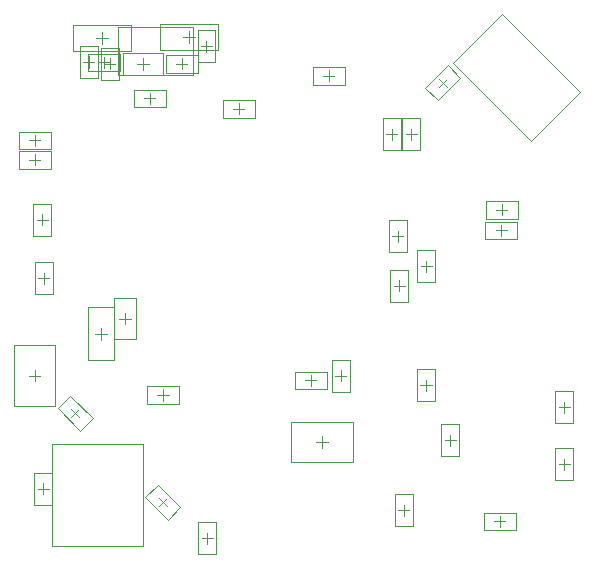
<source format=gbr>
%TF.GenerationSoftware,Altium Limited,Altium Designer,20.2.5 (213)*%
G04 Layer_Color=32768*
%FSLAX44Y44*%
%MOMM*%
%TF.SameCoordinates,159794D8-7842-4491-B27A-FE66E37C9FAE*%
%TF.FilePolarity,Positive*%
%TF.FileFunction,Other,Mechanical_15*%
%TF.Part,Single*%
G01*
G75*
%TA.AperFunction,NonConductor*%
%ADD50C,0.1000*%
%ADD62C,0.0500*%
D50*
X474040Y878840D02*
X483540D01*
X478790Y874090D02*
Y883590D01*
X408000Y880110D02*
X417500D01*
X412750Y875360D02*
Y884860D01*
X446970Y849630D02*
X456470D01*
X451720Y844880D02*
Y854380D01*
X440770Y878840D02*
X450770D01*
X445770Y873840D02*
Y883840D01*
X410210Y645240D02*
Y655240D01*
X405210Y650240D02*
X415210D01*
X425530Y663194D02*
X435530D01*
X430530Y658194D02*
Y668194D01*
X662000Y500780D02*
X671500D01*
X666750Y496030D02*
Y505530D01*
X743280Y491490D02*
X752780D01*
X748030Y486740D02*
Y496240D01*
X459429Y511105D02*
X466147Y504387D01*
X459429D02*
X466147Y511105D01*
X592540Y558800D02*
X602540D01*
X597540Y553800D02*
Y563800D01*
X744810Y755390D02*
X754310D01*
X749560Y750640D02*
Y760140D01*
X744550Y737870D02*
X754050D01*
X749300Y733120D02*
Y742620D01*
X685800Y702640D02*
Y712140D01*
X681050Y707390D02*
X690550D01*
X662940Y686130D02*
Y695630D01*
X658190Y690880D02*
X667690D01*
X656590Y814400D02*
Y823900D01*
X651840Y819150D02*
X661340D01*
X673100Y814400D02*
Y823900D01*
X668350Y819150D02*
X677850D01*
X603250Y863930D02*
Y873430D01*
X598500Y868680D02*
X608000D01*
X499618Y889076D02*
Y898576D01*
X494868Y893826D02*
X504368D01*
X479740Y901700D02*
X489740D01*
X484740Y896700D02*
Y906700D01*
X406480Y900430D02*
X416480D01*
X411480Y895430D02*
Y905430D01*
X400050Y875760D02*
Y885260D01*
X395300Y880510D02*
X404800D01*
X354330Y792810D02*
Y802310D01*
X349580Y797560D02*
X359080D01*
X349580Y814070D02*
X359080D01*
X354330Y809320D02*
Y818820D01*
X360680Y742010D02*
Y751510D01*
X355930Y746760D02*
X365430D01*
X357200Y697230D02*
X366700D01*
X361950Y692480D02*
Y701980D01*
X696411Y866197D02*
X703129Y859479D01*
X696411Y859479D02*
X703129Y866197D01*
X495630Y477208D02*
X505130D01*
X500380Y472458D02*
Y481958D01*
X608660Y614680D02*
X618160D01*
X613410Y609930D02*
Y619430D01*
X656920Y732790D02*
X666420D01*
X661670Y728040D02*
Y737540D01*
X522300Y840740D02*
X531800D01*
X527050Y835990D02*
Y845490D01*
X385261Y579571D02*
X391979Y586289D01*
X385261Y586289D02*
X391979Y579571D01*
X462788Y593674D02*
Y603174D01*
X458038Y598424D02*
X467538D01*
X685546Y601930D02*
Y611430D01*
X680796Y606680D02*
X690296D01*
X706120Y555320D02*
Y564820D01*
X701370Y560070D02*
X710870D01*
X797890Y539750D02*
X807390D01*
X802640Y535000D02*
Y544500D01*
X797890Y588010D02*
X807390D01*
X802640Y583260D02*
Y592760D01*
X413080Y878840D02*
X422580D01*
X417830Y874090D02*
Y883590D01*
X349076Y614934D02*
X359076D01*
X354076Y609934D02*
Y619934D01*
X588010Y606120D02*
Y615620D01*
X583260Y610870D02*
X592760D01*
X356692Y519176D02*
X366192D01*
X361442Y514426D02*
Y523926D01*
D62*
X708366Y879678D02*
X774268Y813776D01*
X749732Y921044D02*
X815634Y855142D01*
X774268Y813776D02*
X815634Y855142D01*
X708366Y879678D02*
X749732Y921044D01*
X492290Y886340D02*
X492290Y871340D01*
X465290D02*
X465290Y886340D01*
X492290D01*
X465290Y871340D02*
X492290D01*
X399250Y887610D02*
X399250Y872610D01*
X426250D02*
X426250Y887610D01*
X399250Y872610D02*
X426250D01*
X399250Y887610D02*
X426250D01*
X438220Y857130D02*
X438220Y842130D01*
X465220D02*
X465220Y857130D01*
X438220Y842130D02*
X465220D01*
X438220Y857130D02*
X465220D01*
X428770Y869340D02*
Y888340D01*
X462770Y869340D02*
Y888340D01*
X428770Y869340D02*
X462770D01*
X428770Y888340D02*
X462770D01*
X399210Y627740D02*
X421210D01*
X399210Y672740D02*
X421210D01*
Y627740D02*
Y672740D01*
X399210Y627740D02*
Y672740D01*
X421030Y646194D02*
Y680194D01*
X440030Y646194D02*
Y680194D01*
X421030D02*
X440030D01*
X421030Y646194D02*
X440030Y646194D01*
X368710Y556588D02*
X446210D01*
Y470588D02*
Y556588D01*
X368710Y470588D02*
X446210D01*
X368710D02*
Y556588D01*
X659250Y487280D02*
Y514280D01*
X674250Y487280D02*
Y514280D01*
X659250Y514280D02*
X674250Y514280D01*
X659250Y487280D02*
X674250Y487280D01*
X761530Y483990D02*
Y498990D01*
X734530Y483990D02*
Y498990D01*
X761530D01*
X734530Y483990D02*
X761530D01*
X467031Y492897D02*
X477637Y503503D01*
X447939Y511989D02*
X458545Y522595D01*
X447939Y511989D02*
X467031Y492897D01*
X458545Y522595D02*
X477637Y503503D01*
X571440Y541800D02*
Y575800D01*
X623640Y541800D02*
Y575800D01*
X571440D02*
X623640D01*
X571440Y541800D02*
X623640D01*
X763060Y747890D02*
X763060Y762890D01*
X736060D02*
X736060Y747890D01*
X763060D01*
X736060Y762890D02*
X763060D01*
X762800Y730370D02*
X762800Y745370D01*
X735800D02*
X735800Y730370D01*
X762800D01*
X735800Y745370D02*
X762800D01*
X678300Y693890D02*
X693300D01*
X678300Y720890D02*
X693300D01*
X678300Y693890D02*
Y720890D01*
X693300Y693890D02*
Y720890D01*
X655440Y677380D02*
X670440D01*
X655440Y704380D02*
X670440D01*
X655440Y677380D02*
Y704380D01*
X670440Y677380D02*
Y704380D01*
X649090Y832650D02*
X664090Y832650D01*
X649090Y805650D02*
X664090Y805650D01*
Y832650D01*
X649090Y805650D02*
Y832650D01*
X665600D02*
X680600Y832650D01*
X665600Y805650D02*
X680600Y805650D01*
Y832650D01*
X665600Y805650D02*
Y832650D01*
X589750Y876180D02*
X616750D01*
X589750Y861180D02*
X616750D01*
X589750Y876180D02*
X589750Y861180D01*
X616750D02*
X616750Y876180D01*
X492118Y880326D02*
X507118Y880326D01*
X492118Y907326D02*
X507118Y907326D01*
X492118Y880326D02*
Y907326D01*
X507118Y880326D02*
Y907326D01*
X509340Y890700D02*
Y912700D01*
X460140Y890700D02*
X509340D01*
X460140Y912700D02*
X509340D01*
X460140Y890700D02*
Y912700D01*
X487938Y910008D02*
X487938Y869008D01*
X424938Y910008D02*
X487938Y910008D01*
X424938Y910008D02*
X424938Y869008D01*
X487938D01*
X386880Y889430D02*
Y911430D01*
X436080D01*
X386880Y889430D02*
X436080D01*
Y911430D01*
X392550Y894010D02*
X407550Y894010D01*
X392550Y867010D02*
X407550D01*
Y894010D01*
X392550Y867010D02*
Y894010D01*
X340830Y790060D02*
X367830D01*
X340830Y805060D02*
X367830D01*
X367830Y790060D02*
X367830Y805060D01*
X340830Y790060D02*
X340830Y805060D01*
X340830Y806570D02*
Y821570D01*
X367830Y806570D02*
Y821570D01*
X340830D02*
X367830D01*
X340830Y806570D02*
X367830D01*
X353180Y760260D02*
X368180Y760260D01*
X353180Y733260D02*
X368180Y733260D01*
Y760260D01*
X353180Y733260D02*
Y760260D01*
X354450Y683730D02*
Y710730D01*
X369450Y683730D02*
Y710730D01*
X354450Y683730D02*
X369450Y683730D01*
X354450Y710730D02*
X369450Y710730D01*
X684921Y858595D02*
X704013Y877687D01*
X695527Y847989D02*
X714619Y867081D01*
X684921Y858595D02*
X695527Y847989D01*
X704013Y877687D02*
X714619Y867081D01*
X507880Y463708D02*
Y490708D01*
X492880Y463708D02*
Y490708D01*
Y463708D02*
X507880Y463708D01*
X492880Y490708D02*
X507880D01*
X605910Y601180D02*
Y628180D01*
X620910Y601180D02*
Y628180D01*
X605910Y628180D02*
X620910Y628180D01*
X605910Y601180D02*
X620910Y601180D01*
X669170Y719290D02*
Y746290D01*
X654170Y719290D02*
Y746290D01*
X669170Y746290D01*
X654170Y719290D02*
X669170Y719290D01*
X540550Y848240D02*
X540550Y833240D01*
X513550D02*
X513550Y848240D01*
X540550D01*
X513550Y833240D02*
X540550D01*
X373771Y587173D02*
X392863Y568081D01*
X384377Y597779D02*
X403469Y578687D01*
X373771Y587173D02*
X384377Y597779D01*
X392863Y568081D02*
X403469Y578687D01*
X449288Y605924D02*
X476288D01*
X449288Y590924D02*
X476288D01*
X476288Y605924D01*
X449288D02*
X449288Y590924D01*
X678046Y593180D02*
X693046D01*
X678046Y620180D02*
X693046D01*
X678046Y593180D02*
Y620180D01*
X693046Y593180D02*
Y620180D01*
X698620Y546570D02*
X713620Y546570D01*
X698620Y573570D02*
X713620Y573570D01*
X698620Y546570D02*
Y573570D01*
X713620Y546570D02*
Y573570D01*
X810140Y526250D02*
Y553250D01*
X795140Y526250D02*
Y553250D01*
X810140D01*
X795140Y526250D02*
X810140D01*
Y574510D02*
Y601510D01*
X795140Y574510D02*
Y601510D01*
X810140D01*
X795140Y574510D02*
X810140D01*
X410330Y865340D02*
Y892340D01*
X425330Y865340D02*
Y892340D01*
X410330Y865340D02*
X425330Y865340D01*
X410330Y892340D02*
X425330D01*
X337076Y588834D02*
Y641034D01*
X371076Y588834D02*
Y641034D01*
X337076Y588834D02*
X371076D01*
X337076Y641034D02*
X371076D01*
X574510Y618370D02*
X601510D01*
X574510Y603370D02*
X601510D01*
X601510Y618370D01*
X574510D02*
X574510Y603370D01*
X368942Y505676D02*
Y532676D01*
X353942Y505676D02*
Y532676D01*
Y505676D02*
X368942Y505676D01*
X353942Y532676D02*
X368942Y532676D01*
%TF.MD5,1fc1487ed4c77db9cccd3a479e337d10*%
M02*

</source>
